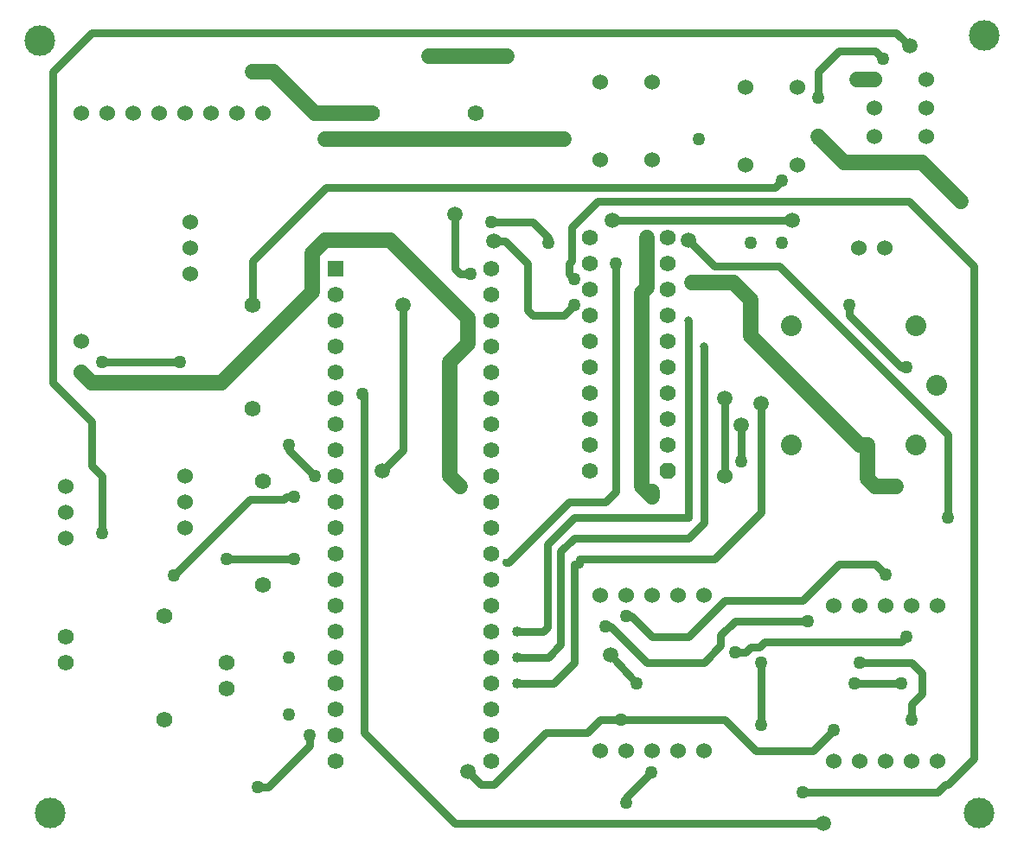
<source format=gtl>
%FSTAX23Y23*%
%MOIN*%
%SFA1B1*%

%IPPOS*%
%AMD19*
4,1,8,0.012900,-0.031000,0.031000,-0.012900,0.031000,0.012900,0.012900,0.031000,-0.012900,0.031000,-0.031000,0.012900,-0.031000,-0.012900,-0.012900,-0.031000,0.012900,-0.031000,0.0*
%
%ADD10C,0.059000*%
%ADD11C,0.031400*%
%ADD12C,0.031500*%
%ADD13C,0.059060*%
%ADD14C,0.060000*%
%ADD15C,0.050000*%
%ADD16C,0.062000*%
%ADD17C,0.080000*%
%ADD18R,0.062000X0.062000*%
G04~CAMADD=19~4~0.0~0.0~620.0~620.0~0.0~181.6~0~0.0~0.0~0.0~0.0~0~0.0~0.0~0.0~0.0~0~0.0~0.0~0.0~225.0~620.0~620.0*
%ADD19D19*%
%ADD20C,0.118110*%
%ADD21C,0.059060*%
%ADD22C,0.040000*%
%ADD23C,0.031500*%
%ADD24C,0.030000*%
%LNsystem-1*%
%LPD*%
G54D10*
X1206Y0596D02*
Y0598D01*
X1202Y06D02*
X1206Y0596D01*
X1202Y06D02*
Y06745D01*
X1204Y06765*
Y0696*
X0986Y0644D02*
X099Y064D01*
X104*
X1075Y0675*
Y069*
X108Y0695*
X1105*
X1135Y0665*
X1285Y0757D02*
X12918D01*
X127Y0735D02*
X128Y0725D01*
X131*
X1325Y071*
G54D11*
X1054Y0484D02*
X1058D01*
X1074Y05*
X1042Y0572D02*
X1068D01*
X0994Y0648D02*
X1024D01*
X1066Y0614D02*
Y0616D01*
Y0614D02*
X1076Y0604D01*
X12405Y06234D02*
D01*
X1234Y0604D02*
Y0634D01*
X1248Y059D02*
Y0632D01*
X123Y0572D02*
X1248Y059D01*
X1178Y0572D02*
X123D01*
X1178Y057D02*
Y0572D01*
X1176Y057D02*
X1178D01*
X1176Y0532D02*
Y057D01*
X1168Y0524D02*
X1176Y0532D01*
X1154Y0524D02*
X1168D01*
X1154Y0534D02*
X1166D01*
X11708Y05388*
Y05748*
X1176Y058*
X122*
X1226Y0586*
Y0654*
X1154Y0544D02*
X1164D01*
X11657Y05457*
Y05777*
X1176Y0588*
X122*
Y0664*
X11497Y05706D02*
X11506D01*
X1174Y0594*
X1188*
X1192Y0598*
Y0686*
X1144Y0702D02*
X116D01*
X1166Y0696*
Y0694D02*
Y0696D01*
X1182Y0625D02*
X1183D01*
X1182D02*
Y0626D01*
X1095Y0505D02*
Y0633D01*
Y0505D02*
X113Y047D01*
X1272*
X1145Y0485D02*
X1165Y0505D01*
X114Y0485D02*
X1145D01*
X1135Y049D02*
X114Y0485D01*
X119Y0535D02*
X12Y0524D01*
X1052Y067D02*
Y0687D01*
X10802Y07152*
X12532*
X1065Y0596D02*
X1068D01*
X1064Y0595D02*
X1065Y0596D01*
X1051Y0595D02*
X1064D01*
X10216Y05656D02*
X1051Y0595D01*
X13Y0775D02*
X13052Y07698D01*
X099Y0775D02*
X13D01*
X0975Y076D02*
X099Y0775D01*
X0975Y064D02*
Y076D01*
Y064D02*
X099Y0625D01*
X113Y0698D02*
Y0705D01*
X1102Y0606D02*
X111Y0614D01*
Y067*
X132Y0485D02*
X133Y0495D01*
Y0685*
X1305Y071D02*
X133Y0685D01*
X1185Y071D02*
X1305D01*
X1175Y07D02*
X1185Y071D01*
X11906Y07027D02*
X126D01*
X132Y0588D02*
Y062D01*
X1255Y0685D02*
X132Y062D01*
X123Y0685D02*
X1255D01*
X122Y0695D02*
X123Y0685D01*
X1074Y05D02*
Y0504D01*
X12405Y06094D02*
Y06234D01*
G54D12*
X1165Y0505D02*
X1181D01*
X1186Y051*
X1196Y0478D02*
Y048D01*
X1206Y049*
X1248Y0508D02*
Y0532D01*
X1284Y0524D02*
X1302D01*
X1306Y0532D02*
X131Y0528D01*
X1286Y0532D02*
X1306D01*
Y051D02*
Y0516D01*
X131Y052*
Y0528*
X1264Y0482D02*
X1316D01*
X1319Y0485*
X132*
X1302Y054D02*
X1304Y0542D01*
X1188Y0546D02*
X119D01*
X1204Y0532*
X1196Y055D02*
X1198D01*
X1206Y0542*
X1238Y0536D02*
X1242D01*
X1244Y0538*
X12472*
X12492Y054*
X1302*
X1226Y0532D02*
X12324Y05384D01*
Y05424*
X1238Y0548*
X1266*
X1204Y0532D02*
X1226D01*
X122Y0542D02*
X1234Y0556D01*
X1264*
X1278Y057*
X1292*
X1296Y0566*
X1206Y0542D02*
X122D01*
X1234Y051D02*
X1246Y0498D01*
X1268*
X1276Y0506*
X127Y075D02*
Y076D01*
X1278Y0768*
X1292*
X1295Y0765*
X1282Y0666D02*
Y067D01*
Y0666D02*
X1302Y0646D01*
X1304*
X12532Y07152D02*
X1256Y0718D01*
X099Y0608D02*
Y0625D01*
Y0608D02*
X0994Y0604D01*
Y0582D02*
Y0604D01*
X1145Y06945D02*
X11495D01*
X1158Y0686*
Y0668D02*
Y0686D01*
Y0668D02*
X116Y0666D01*
X1175Y0687D02*
Y07D01*
X1174Y0686D02*
X1175Y0687D01*
X1174Y0682D02*
Y0686D01*
Y0682D02*
X1176Y068D01*
X116Y0666D02*
X1172D01*
X1176Y067*
X1186Y051D02*
X1234D01*
X113Y0684D02*
Y0698D01*
Y0684D02*
X1132Y0682D01*
X1136*
X1095Y0633D02*
Y0635D01*
X1094Y0636D02*
X1095Y0635D01*
G54D13*
X112Y0766D02*
X115D01*
X1289Y0603D02*
Y0616D01*
Y0603D02*
X1292Y06D01*
X13*
X1135Y0655D02*
Y0665D01*
X1128Y0648D02*
X1135Y0655D01*
X1128Y0604D02*
Y0648D01*
Y0604D02*
X1132Y06D01*
X1286Y0616D02*
X1289D01*
X1244Y0658D02*
X1286Y0616D01*
X1244Y0658D02*
Y0672D01*
X12374Y06785D02*
X1244Y0672D01*
X12214Y06785D02*
X12374D01*
X1076Y0744D02*
X1098D01*
X106Y076D02*
X1076Y0744D01*
X1052Y076D02*
X106D01*
X108Y0734D02*
X1172D01*
G54D14*
X12918Y0757D03*
Y0746D03*
Y0735D03*
X13118Y0757D03*
Y0746D03*
Y0735D03*
X1216Y0498D03*
X1226D03*
X1216Y0558D03*
X1196D03*
X1186D03*
X1196Y0498D03*
X1186D03*
X1226Y0558D03*
X1206Y0498D03*
Y0558D03*
X1306Y0494D03*
X1316D03*
X1306Y0554D03*
X1286D03*
X1276D03*
X1286Y0494D03*
X1276D03*
X1316Y0554D03*
X1296Y0494D03*
Y0554D03*
X12958Y0692D03*
X12858D03*
X1028Y0682D03*
Y0692D03*
Y0702D03*
X1186Y0756D03*
X1206Y0726D03*
Y0756D03*
X1186Y0726D03*
X1242Y0754D03*
X098Y06D03*
X0986Y0644D03*
X1262Y0724D03*
X0986Y0656D03*
X098Y059D03*
Y058D03*
X1026Y0604D03*
Y0594D03*
Y0584D03*
X1262Y0754D03*
X1242Y0724D03*
X0986Y0744D03*
X1006D03*
X1026D03*
X1046D03*
X0996D03*
X1016D03*
X1036D03*
X1056D03*
X1234Y0604D03*
G54D15*
X1066Y0534D03*
Y0512D03*
X1256Y0694D03*
X1244D03*
X1074Y0504D03*
X1042Y0572D03*
X1068D03*
X10216Y05656D03*
X1068Y0596D03*
X1066Y0616D03*
X0994Y0648D03*
X1024D03*
X1054Y0484D03*
X12405Y06094D03*
X1192Y0686D03*
X1204Y0696D03*
X1076Y0604D03*
X1206Y0598D03*
X1248Y0532D03*
Y0508D03*
X1166Y0694D03*
X1144Y0702D03*
X12Y0524D03*
X1194Y051D03*
X1196Y0478D03*
X12056Y04896D03*
X1302Y0524D03*
X1284D03*
X1306Y051D03*
X1286Y0532D03*
X1264Y0482D03*
X1304Y0542D03*
X1188Y0546D03*
X1266Y0548D03*
X1196Y055D03*
X1238Y0536D03*
X1296Y0566D03*
X132Y0588D03*
X1276Y0506D03*
X112Y0766D03*
X115D03*
X127Y075D03*
X1295Y0765D03*
X1282Y067D03*
X1304Y0646D03*
X1256Y0718D03*
X13Y06D03*
X0994Y0582D03*
X1132Y06D03*
X12214Y06785D03*
D03*
X1224Y0734D03*
X1176Y067D03*
Y068D03*
X1136Y0682D03*
X1052Y076D03*
X108Y0734D03*
X1172D03*
X127D03*
X10945Y06354D03*
G54D16*
X098Y0542D03*
Y0532D03*
X1018Y051D03*
Y055D03*
X1144Y0594D03*
Y0564D03*
Y0554D03*
Y0544D03*
Y0534D03*
Y0524D03*
Y0514D03*
Y0504D03*
Y0494D03*
X1084Y0644D03*
Y0654D03*
Y0624D03*
X1144Y0684D03*
X1084Y0634D03*
X1052Y067D03*
X1084Y0604D03*
X1052Y063D03*
X1084Y0544D03*
X1056Y0562D03*
Y0602D03*
X1084Y0614D03*
Y0564D03*
Y0574D03*
Y0554D03*
Y0674D03*
Y0664D03*
Y0514D03*
X1042Y0532D03*
X1084Y0504D03*
Y0494D03*
X1042Y0522D03*
X1084Y0594D03*
Y0584D03*
Y0534D03*
Y0524D03*
X1144Y0574D03*
Y0584D03*
Y0604D03*
Y0614D03*
Y0624D03*
Y0634D03*
Y0644D03*
Y0654D03*
Y0664D03*
Y0674D03*
X1212Y0616D03*
Y0626D03*
Y0636D03*
Y0646D03*
Y0656D03*
Y0666D03*
Y0676D03*
Y0686D03*
Y0696D03*
X1182D03*
Y0686D03*
Y0676D03*
Y0666D03*
Y0656D03*
Y0646D03*
Y0636D03*
Y0626D03*
Y0616D03*
Y0606D03*
X1098Y0744D03*
X1138D03*
G54D17*
X13078Y0662D03*
X13158Y0639D03*
X12598Y0662D03*
X13078Y0616D03*
X12598D03*
G54D18*
X1084Y0684D03*
G54D19*
X1212Y0606D03*
G54D20*
X0974Y0474D03*
X1332D03*
X1334Y0774D03*
X097Y0772D03*
G54D21*
X12405Y06234D03*
X1234Y0634D03*
X1248Y0632D03*
X1272Y047D03*
X1135Y049D03*
X1145Y06945D03*
X119Y0535D03*
X1325Y071D03*
X13052Y07698D03*
X113Y0705D03*
X1102Y0606D03*
X111Y067D03*
X126Y07027D03*
X11906D03*
X122Y0695D03*
G54D22*
X1154Y0524D03*
Y0534D03*
Y0544D03*
G54D23*
X1226Y0654D03*
X122Y0664D03*
G54D24*
X11497Y05706D03*
M02*
</source>
